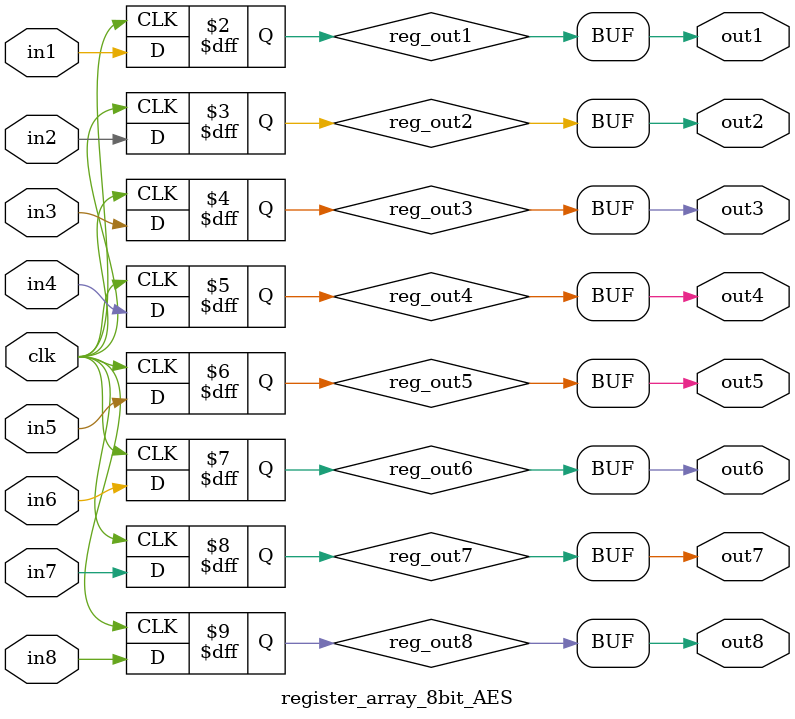
<source format=v>
`timescale 1ns / 1ps

module register_array_8bit_AES (
clk,
in1, in2, in3, in4, in5, in6, in7, in8,
out1, out2, out3, out4, out5, out6, out7, out8
);

input clk ;
input in1, in2, in3, in4, in5, in6, in7, in8 ;
output out1, out2, out3, out4, out5, out6, out7, out8 ;

reg reg_out1, reg_out2, reg_out3, reg_out4, reg_out5, reg_out6, reg_out7, reg_out8 ;

always@(posedge clk) begin
    reg_out1  <= in1   ;
    reg_out2  <= in2   ;
    reg_out3  <= in3   ;
    reg_out4  <= in4   ;
    reg_out5  <= in5   ;
    reg_out6  <= in6   ;
    reg_out7  <= in7   ;
    reg_out8  <= in8   ;
end

assign out1  = reg_out1  ; 
assign out2  = reg_out2  ; 
assign out3  = reg_out3  ; 
assign out4  = reg_out4  ; 
assign out5  = reg_out5  ; 
assign out6  = reg_out6  ; 
assign out7  = reg_out7  ; 
assign out8  = reg_out8  ; 


endmodule
</source>
